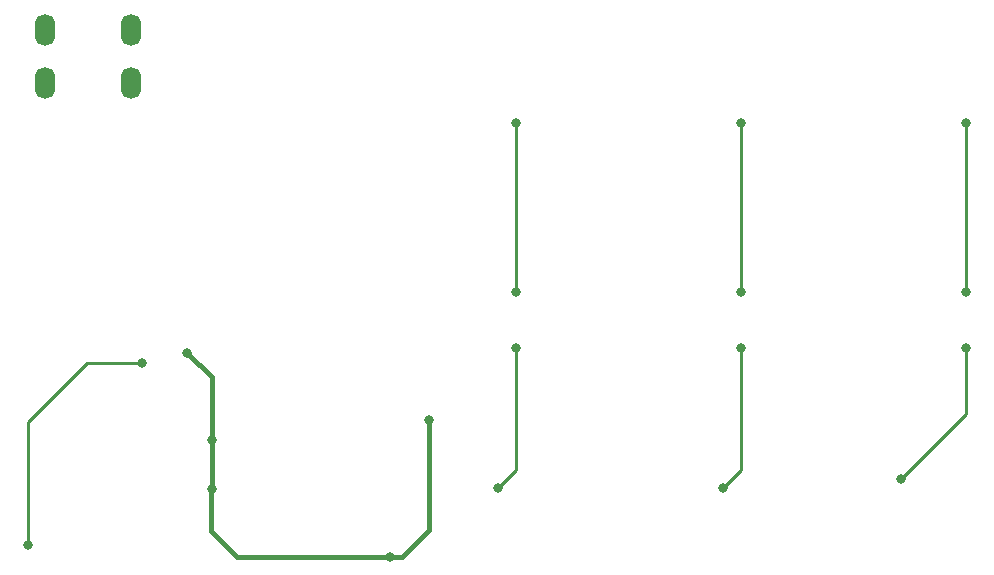
<source format=gbr>
%TF.GenerationSoftware,KiCad,Pcbnew,(5.1.9)-1*%
%TF.CreationDate,2021-06-16T12:24:14-05:00*%
%TF.ProjectId,practice-pcb-ai03-tutorial,70726163-7469-4636-952d-7063622d6169,rev?*%
%TF.SameCoordinates,Original*%
%TF.FileFunction,Copper,L1,Top*%
%TF.FilePolarity,Positive*%
%FSLAX46Y46*%
G04 Gerber Fmt 4.6, Leading zero omitted, Abs format (unit mm)*
G04 Created by KiCad (PCBNEW (5.1.9)-1) date 2021-06-16 12:24:14*
%MOMM*%
%LPD*%
G01*
G04 APERTURE LIST*
%TA.AperFunction,ComponentPad*%
%ADD10O,1.700000X2.700000*%
%TD*%
%TA.AperFunction,ViaPad*%
%ADD11C,0.800000*%
%TD*%
%TA.AperFunction,Conductor*%
%ADD12C,0.381000*%
%TD*%
%TA.AperFunction,Conductor*%
%ADD13C,0.254000*%
%TD*%
G04 APERTURE END LIST*
D10*
%TO.P,USB1,6*%
%TO.N,GND*%
X-46987500Y8032750D03*
X-39687500Y8032750D03*
X-39687500Y3532750D03*
X-46987500Y3532750D03*
%TD*%
D11*
%TO.N,+5V*%
X-17780000Y-36576000D03*
X-32869500Y-30837500D03*
X-34925000Y-19304000D03*
X-32869500Y-26693500D03*
X-14478000Y-25019000D03*
%TO.N,Net-(R3-Pad2)*%
X-48387000Y-35560000D03*
X-38735000Y-20193000D03*
%TO.N,COL0*%
X-8604250Y-30765750D03*
X-7112000Y95250D03*
X-7112000Y-18954750D03*
X-7112000Y-14192250D03*
%TO.N,COL1*%
X11938000Y95250D03*
X11938000Y-14192250D03*
X11938000Y-18954750D03*
X10445750Y-30765750D03*
%TO.N,COL2*%
X30988000Y-14192250D03*
X30988000Y95250D03*
X30988000Y-18954750D03*
X25477000Y-30022000D03*
%TD*%
D12*
%TO.N,+5V*%
X-17780000Y-36576000D02*
X-30734000Y-36576000D01*
X-30734000Y-36576000D02*
X-32893000Y-34417000D01*
X-32893000Y-30861000D02*
X-32869500Y-30837500D01*
X-32893000Y-34417000D02*
X-32893000Y-30861000D01*
X-32869500Y-21359500D02*
X-34925000Y-19304000D01*
X-32869500Y-26693500D02*
X-32869500Y-21359500D01*
X-32869500Y-30837500D02*
X-32869500Y-26693500D01*
X-16764000Y-36576000D02*
X-17780000Y-36576000D01*
X-14478000Y-34290000D02*
X-16764000Y-36576000D01*
X-14478000Y-25019000D02*
X-14478000Y-34290000D01*
D13*
%TO.N,Net-(R3-Pad2)*%
X-48387000Y-35560000D02*
X-48387000Y-25146000D01*
X-43434000Y-20193000D02*
X-38735000Y-20193000D01*
X-48387000Y-25146000D02*
X-43434000Y-20193000D01*
%TO.N,COL0*%
X-7112000Y-29273500D02*
X-8604250Y-30765750D01*
X-7112000Y-18954750D02*
X-7112000Y-29273500D01*
X-7112000Y95250D02*
X-7112000Y-14192250D01*
%TO.N,COL1*%
X11938000Y95250D02*
X11938000Y-14192250D01*
X11938000Y-29273500D02*
X10445750Y-30765750D01*
X11938000Y-18954750D02*
X11938000Y-29273500D01*
%TO.N,COL2*%
X30988000Y-14192250D02*
X30988000Y95250D01*
X30988000Y-24511000D02*
X25477000Y-30022000D01*
X30988000Y-18954750D02*
X30988000Y-24511000D01*
%TD*%
M02*

</source>
